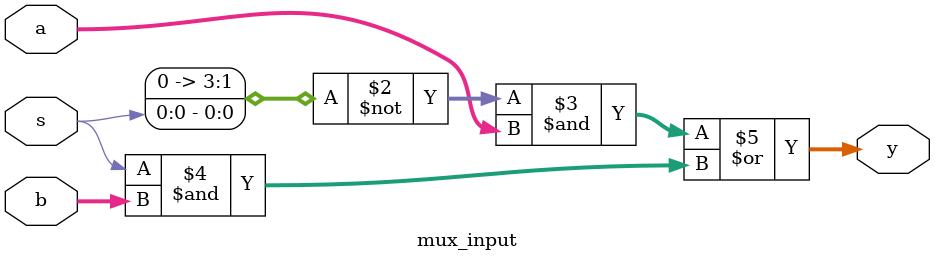
<source format=v>
`timescale 1ns / 1ps
module mux_input(a,b,s,y);
input [3:0]a,b;
input s;
output [3:0]y;
assign y=((~s)&a)|(s&b);
endmodule

</source>
